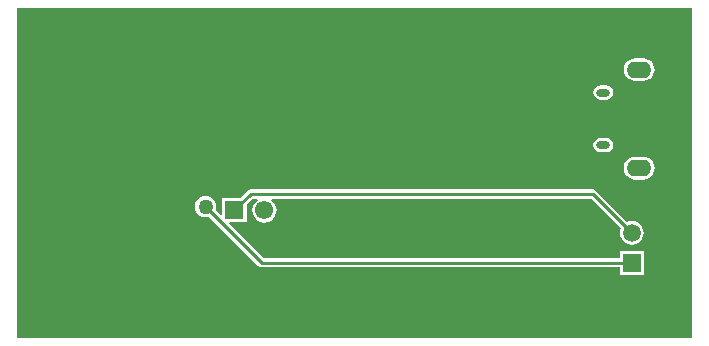
<source format=gbl>
G04*
G04 #@! TF.GenerationSoftware,Altium Limited,Altium Designer,20.0.2 (26)*
G04*
G04 Layer_Physical_Order=2*
G04 Layer_Color=16711680*
%FSLAX25Y25*%
%MOIN*%
G70*
G01*
G75*
%ADD12C,0.01000*%
%ADD36O,0.04521X0.02834*%
%ADD37R,0.05906X0.05906*%
%ADD38C,0.05906*%
%ADD39C,0.06102*%
%ADD40R,0.06102X0.06102*%
%ADD41C,0.05000*%
%ADD42O,0.08268X0.05512*%
G36*
X375000Y202500D02*
X150000D01*
Y312500D01*
X375000D01*
Y202500D01*
D02*
G37*
%LPC*%
G36*
X358878Y295698D02*
X356122D01*
X355142Y295569D01*
X354228Y295190D01*
X353443Y294588D01*
X352841Y293804D01*
X352463Y292890D01*
X352334Y291909D01*
X352463Y290929D01*
X352841Y290015D01*
X353443Y289231D01*
X354228Y288629D01*
X355142Y288250D01*
X356122Y288121D01*
X358878D01*
X359858Y288250D01*
X360772Y288629D01*
X361557Y289231D01*
X362159Y290015D01*
X362537Y290929D01*
X362666Y291909D01*
X362537Y292890D01*
X362159Y293804D01*
X361557Y294588D01*
X360772Y295190D01*
X359858Y295569D01*
X358878Y295698D01*
D02*
G37*
G36*
X346316Y286697D02*
X344629D01*
X343686Y286509D01*
X342886Y285975D01*
X342352Y285175D01*
X342164Y284232D01*
X342352Y283289D01*
X342886Y282490D01*
X343686Y281956D01*
X344629Y281768D01*
X346316D01*
X347259Y281956D01*
X348059Y282490D01*
X348593Y283289D01*
X348780Y284232D01*
X348593Y285175D01*
X348059Y285975D01*
X347259Y286509D01*
X346316Y286697D01*
D02*
G37*
G36*
Y269177D02*
X344629D01*
X343686Y268989D01*
X342886Y268455D01*
X342352Y267656D01*
X342164Y266713D01*
X342352Y265770D01*
X342886Y264970D01*
X343686Y264436D01*
X344629Y264248D01*
X346316D01*
X347259Y264436D01*
X348059Y264970D01*
X348593Y265770D01*
X348780Y266713D01*
X348593Y267656D01*
X348059Y268455D01*
X347259Y268989D01*
X346316Y269177D01*
D02*
G37*
G36*
X358878Y262824D02*
X356122D01*
X355142Y262695D01*
X354228Y262316D01*
X353443Y261714D01*
X352841Y260930D01*
X352463Y260016D01*
X352334Y259035D01*
X352463Y258055D01*
X352841Y257141D01*
X353443Y256357D01*
X354228Y255755D01*
X355142Y255376D01*
X356122Y255247D01*
X358878D01*
X359858Y255376D01*
X360772Y255755D01*
X361557Y256357D01*
X362159Y257141D01*
X362537Y258055D01*
X362666Y259035D01*
X362537Y260016D01*
X362159Y260930D01*
X361557Y261714D01*
X360772Y262316D01*
X359858Y262695D01*
X358878Y262824D01*
D02*
G37*
G36*
X342100Y251929D02*
X227900D01*
X227315Y251813D01*
X226819Y251481D01*
X224388Y249051D01*
X218449D01*
Y243467D01*
X217987Y243276D01*
X216212Y245051D01*
X216310Y245286D01*
X216430Y246200D01*
X216310Y247114D01*
X215957Y247965D01*
X215396Y248696D01*
X214665Y249257D01*
X213814Y249610D01*
X212900Y249730D01*
X211986Y249610D01*
X211135Y249257D01*
X210404Y248696D01*
X209843Y247965D01*
X209490Y247114D01*
X209370Y246200D01*
X209490Y245286D01*
X209843Y244435D01*
X210404Y243704D01*
X211135Y243143D01*
X211986Y242790D01*
X212900Y242670D01*
X213814Y242790D01*
X214049Y242888D01*
X230519Y226419D01*
X231015Y226087D01*
X231600Y225971D01*
X351047D01*
Y223547D01*
X358953D01*
Y231453D01*
X351047D01*
Y229029D01*
X232234D01*
X220776Y240487D01*
X220967Y240949D01*
X226551D01*
Y246888D01*
X228534Y248871D01*
X230068D01*
X230238Y248371D01*
X229611Y247889D01*
X228961Y247043D01*
X228553Y246058D01*
X228414Y245000D01*
X228553Y243942D01*
X228961Y242957D01*
X229611Y242111D01*
X230457Y241461D01*
X231442Y241053D01*
X232500Y240914D01*
X233558Y241053D01*
X234543Y241461D01*
X235389Y242111D01*
X236039Y242957D01*
X236447Y243942D01*
X236586Y245000D01*
X236447Y246058D01*
X236039Y247043D01*
X235389Y247889D01*
X234762Y248371D01*
X234932Y248871D01*
X341466D01*
X351341Y238996D01*
X351149Y238532D01*
X351013Y237500D01*
X351149Y236468D01*
X351547Y235507D01*
X352181Y234681D01*
X353007Y234047D01*
X353968Y233649D01*
X355000Y233513D01*
X356032Y233649D01*
X356993Y234047D01*
X357819Y234681D01*
X358453Y235507D01*
X358851Y236468D01*
X358987Y237500D01*
X358851Y238532D01*
X358453Y239493D01*
X357819Y240319D01*
X356993Y240953D01*
X356032Y241351D01*
X355000Y241487D01*
X353968Y241351D01*
X353504Y241159D01*
X343181Y251481D01*
X342685Y251813D01*
X342100Y251929D01*
D02*
G37*
%LPD*%
D12*
X231600Y227500D02*
X355000D01*
X212900Y246200D02*
X231600Y227500D01*
X342100Y250400D02*
X355000Y237500D01*
X227900Y250400D02*
X342100D01*
X222500Y245000D02*
X227900Y250400D01*
D36*
X345472Y284232D02*
D03*
Y266713D02*
D03*
D37*
X355000Y227500D02*
D03*
D38*
Y237500D02*
D03*
D39*
X232500Y245000D02*
D03*
D40*
X222500D02*
D03*
D41*
X212900Y246200D02*
D03*
D42*
X357500Y259035D02*
D03*
Y291909D02*
D03*
M02*

</source>
